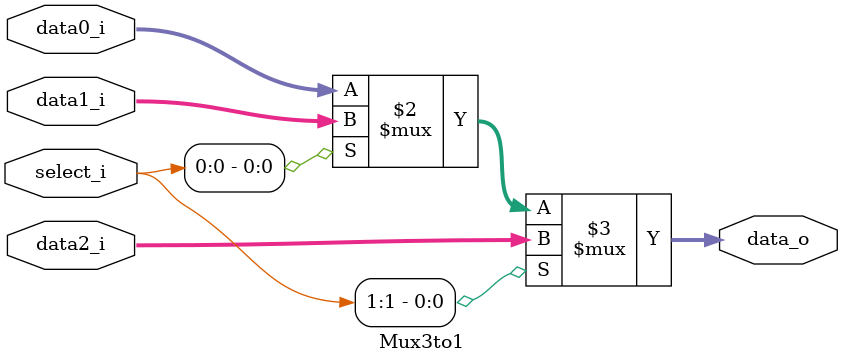
<source format=v>
module Mux3to1( data0_i, data1_i, data2_i, select_i, data_o );

parameter size = 0;			   
			
//I/O ports               
input wire	[size-1:0] data0_i;          
input wire	[size-1:0] data1_i;
input wire	[size-1:0] data2_i;
input wire	[2-1:0] select_i;
output wire	[size-1:0] data_o; 

//Main function
assign data_o = (select_i[1]==1) ? data2_i : (select_i[0] ? data1_i : data0_i);

endmodule      

</source>
